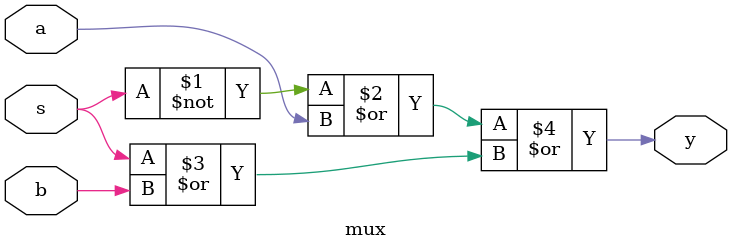
<source format=v>
module mux(input a,b,s,output y);
assign y=(~s|a)|(s|b);
endmodule

</source>
